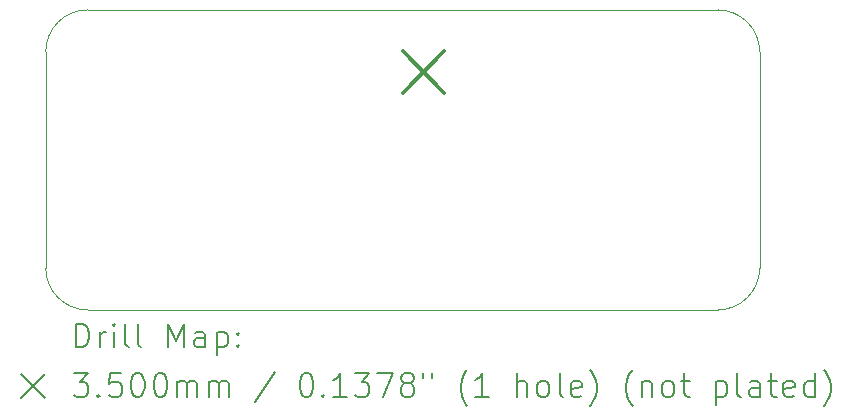
<source format=gbr>
%TF.GenerationSoftware,KiCad,Pcbnew,7.0.10*%
%TF.CreationDate,2024-02-07T21:16:30+06:30*%
%TF.ProjectId,7805,37383035-2e6b-4696-9361-645f70636258,rev?*%
%TF.SameCoordinates,PXa990340PY791ddc0*%
%TF.FileFunction,Drillmap*%
%TF.FilePolarity,Positive*%
%FSLAX45Y45*%
G04 Gerber Fmt 4.5, Leading zero omitted, Abs format (unit mm)*
G04 Created by KiCad (PCBNEW 7.0.10) date 2024-02-07 21:16:30*
%MOMM*%
%LPD*%
G01*
G04 APERTURE LIST*
%ADD10C,0.100000*%
%ADD11C,0.200000*%
%ADD12C,0.350000*%
G04 APERTURE END LIST*
D10*
X5689600Y0D02*
X355600Y0D01*
X0Y355600D02*
G75*
G03*
X355600Y0I355600J0D01*
G01*
X6045200Y2184400D02*
X6045200Y355600D01*
X355600Y2540000D02*
G75*
G03*
X0Y2184400I0J-355600D01*
G01*
X5689600Y0D02*
G75*
G03*
X6045200Y355600I0J355600D01*
G01*
X6045200Y2184400D02*
G75*
G03*
X5689600Y2540000I-355600J0D01*
G01*
X0Y355600D02*
X0Y2184400D01*
X355600Y2540000D02*
X5689600Y2540000D01*
D11*
D12*
X3025400Y2188000D02*
X3375400Y1838000D01*
X3375400Y2188000D02*
X3025400Y1838000D01*
D11*
X255777Y-316484D02*
X255777Y-116484D01*
X255777Y-116484D02*
X303396Y-116484D01*
X303396Y-116484D02*
X331967Y-126008D01*
X331967Y-126008D02*
X351015Y-145055D01*
X351015Y-145055D02*
X360539Y-164103D01*
X360539Y-164103D02*
X370062Y-202198D01*
X370062Y-202198D02*
X370062Y-230769D01*
X370062Y-230769D02*
X360539Y-268865D01*
X360539Y-268865D02*
X351015Y-287912D01*
X351015Y-287912D02*
X331967Y-306960D01*
X331967Y-306960D02*
X303396Y-316484D01*
X303396Y-316484D02*
X255777Y-316484D01*
X455777Y-316484D02*
X455777Y-183150D01*
X455777Y-221246D02*
X465301Y-202198D01*
X465301Y-202198D02*
X474824Y-192674D01*
X474824Y-192674D02*
X493872Y-183150D01*
X493872Y-183150D02*
X512920Y-183150D01*
X579586Y-316484D02*
X579586Y-183150D01*
X579586Y-116484D02*
X570063Y-126008D01*
X570063Y-126008D02*
X579586Y-135531D01*
X579586Y-135531D02*
X589110Y-126008D01*
X589110Y-126008D02*
X579586Y-116484D01*
X579586Y-116484D02*
X579586Y-135531D01*
X703396Y-316484D02*
X684348Y-306960D01*
X684348Y-306960D02*
X674824Y-287912D01*
X674824Y-287912D02*
X674824Y-116484D01*
X808158Y-316484D02*
X789110Y-306960D01*
X789110Y-306960D02*
X779586Y-287912D01*
X779586Y-287912D02*
X779586Y-116484D01*
X1036729Y-316484D02*
X1036729Y-116484D01*
X1036729Y-116484D02*
X1103396Y-259341D01*
X1103396Y-259341D02*
X1170063Y-116484D01*
X1170063Y-116484D02*
X1170063Y-316484D01*
X1351015Y-316484D02*
X1351015Y-211722D01*
X1351015Y-211722D02*
X1341491Y-192674D01*
X1341491Y-192674D02*
X1322444Y-183150D01*
X1322444Y-183150D02*
X1284348Y-183150D01*
X1284348Y-183150D02*
X1265301Y-192674D01*
X1351015Y-306960D02*
X1331967Y-316484D01*
X1331967Y-316484D02*
X1284348Y-316484D01*
X1284348Y-316484D02*
X1265301Y-306960D01*
X1265301Y-306960D02*
X1255777Y-287912D01*
X1255777Y-287912D02*
X1255777Y-268865D01*
X1255777Y-268865D02*
X1265301Y-249817D01*
X1265301Y-249817D02*
X1284348Y-240293D01*
X1284348Y-240293D02*
X1331967Y-240293D01*
X1331967Y-240293D02*
X1351015Y-230769D01*
X1446253Y-183150D02*
X1446253Y-383150D01*
X1446253Y-192674D02*
X1465301Y-183150D01*
X1465301Y-183150D02*
X1503396Y-183150D01*
X1503396Y-183150D02*
X1522443Y-192674D01*
X1522443Y-192674D02*
X1531967Y-202198D01*
X1531967Y-202198D02*
X1541491Y-221246D01*
X1541491Y-221246D02*
X1541491Y-278389D01*
X1541491Y-278389D02*
X1531967Y-297436D01*
X1531967Y-297436D02*
X1522443Y-306960D01*
X1522443Y-306960D02*
X1503396Y-316484D01*
X1503396Y-316484D02*
X1465301Y-316484D01*
X1465301Y-316484D02*
X1446253Y-306960D01*
X1627205Y-297436D02*
X1636729Y-306960D01*
X1636729Y-306960D02*
X1627205Y-316484D01*
X1627205Y-316484D02*
X1617682Y-306960D01*
X1617682Y-306960D02*
X1627205Y-297436D01*
X1627205Y-297436D02*
X1627205Y-316484D01*
X1627205Y-192674D02*
X1636729Y-202198D01*
X1636729Y-202198D02*
X1627205Y-211722D01*
X1627205Y-211722D02*
X1617682Y-202198D01*
X1617682Y-202198D02*
X1627205Y-192674D01*
X1627205Y-192674D02*
X1627205Y-211722D01*
X-205000Y-545000D02*
X-5000Y-745000D01*
X-5000Y-545000D02*
X-205000Y-745000D01*
X236729Y-536484D02*
X360539Y-536484D01*
X360539Y-536484D02*
X293872Y-612674D01*
X293872Y-612674D02*
X322444Y-612674D01*
X322444Y-612674D02*
X341491Y-622198D01*
X341491Y-622198D02*
X351015Y-631722D01*
X351015Y-631722D02*
X360539Y-650770D01*
X360539Y-650770D02*
X360539Y-698389D01*
X360539Y-698389D02*
X351015Y-717436D01*
X351015Y-717436D02*
X341491Y-726960D01*
X341491Y-726960D02*
X322444Y-736484D01*
X322444Y-736484D02*
X265301Y-736484D01*
X265301Y-736484D02*
X246253Y-726960D01*
X246253Y-726960D02*
X236729Y-717436D01*
X446253Y-717436D02*
X455777Y-726960D01*
X455777Y-726960D02*
X446253Y-736484D01*
X446253Y-736484D02*
X436729Y-726960D01*
X436729Y-726960D02*
X446253Y-717436D01*
X446253Y-717436D02*
X446253Y-736484D01*
X636729Y-536484D02*
X541491Y-536484D01*
X541491Y-536484D02*
X531967Y-631722D01*
X531967Y-631722D02*
X541491Y-622198D01*
X541491Y-622198D02*
X560539Y-612674D01*
X560539Y-612674D02*
X608158Y-612674D01*
X608158Y-612674D02*
X627205Y-622198D01*
X627205Y-622198D02*
X636729Y-631722D01*
X636729Y-631722D02*
X646253Y-650770D01*
X646253Y-650770D02*
X646253Y-698389D01*
X646253Y-698389D02*
X636729Y-717436D01*
X636729Y-717436D02*
X627205Y-726960D01*
X627205Y-726960D02*
X608158Y-736484D01*
X608158Y-736484D02*
X560539Y-736484D01*
X560539Y-736484D02*
X541491Y-726960D01*
X541491Y-726960D02*
X531967Y-717436D01*
X770062Y-536484D02*
X789110Y-536484D01*
X789110Y-536484D02*
X808158Y-546008D01*
X808158Y-546008D02*
X817682Y-555531D01*
X817682Y-555531D02*
X827205Y-574579D01*
X827205Y-574579D02*
X836729Y-612674D01*
X836729Y-612674D02*
X836729Y-660293D01*
X836729Y-660293D02*
X827205Y-698389D01*
X827205Y-698389D02*
X817682Y-717436D01*
X817682Y-717436D02*
X808158Y-726960D01*
X808158Y-726960D02*
X789110Y-736484D01*
X789110Y-736484D02*
X770062Y-736484D01*
X770062Y-736484D02*
X751015Y-726960D01*
X751015Y-726960D02*
X741491Y-717436D01*
X741491Y-717436D02*
X731967Y-698389D01*
X731967Y-698389D02*
X722443Y-660293D01*
X722443Y-660293D02*
X722443Y-612674D01*
X722443Y-612674D02*
X731967Y-574579D01*
X731967Y-574579D02*
X741491Y-555531D01*
X741491Y-555531D02*
X751015Y-546008D01*
X751015Y-546008D02*
X770062Y-536484D01*
X960539Y-536484D02*
X979586Y-536484D01*
X979586Y-536484D02*
X998634Y-546008D01*
X998634Y-546008D02*
X1008158Y-555531D01*
X1008158Y-555531D02*
X1017682Y-574579D01*
X1017682Y-574579D02*
X1027205Y-612674D01*
X1027205Y-612674D02*
X1027205Y-660293D01*
X1027205Y-660293D02*
X1017682Y-698389D01*
X1017682Y-698389D02*
X1008158Y-717436D01*
X1008158Y-717436D02*
X998634Y-726960D01*
X998634Y-726960D02*
X979586Y-736484D01*
X979586Y-736484D02*
X960539Y-736484D01*
X960539Y-736484D02*
X941491Y-726960D01*
X941491Y-726960D02*
X931967Y-717436D01*
X931967Y-717436D02*
X922443Y-698389D01*
X922443Y-698389D02*
X912920Y-660293D01*
X912920Y-660293D02*
X912920Y-612674D01*
X912920Y-612674D02*
X922443Y-574579D01*
X922443Y-574579D02*
X931967Y-555531D01*
X931967Y-555531D02*
X941491Y-546008D01*
X941491Y-546008D02*
X960539Y-536484D01*
X1112920Y-736484D02*
X1112920Y-603150D01*
X1112920Y-622198D02*
X1122444Y-612674D01*
X1122444Y-612674D02*
X1141491Y-603150D01*
X1141491Y-603150D02*
X1170063Y-603150D01*
X1170063Y-603150D02*
X1189110Y-612674D01*
X1189110Y-612674D02*
X1198634Y-631722D01*
X1198634Y-631722D02*
X1198634Y-736484D01*
X1198634Y-631722D02*
X1208158Y-612674D01*
X1208158Y-612674D02*
X1227205Y-603150D01*
X1227205Y-603150D02*
X1255777Y-603150D01*
X1255777Y-603150D02*
X1274825Y-612674D01*
X1274825Y-612674D02*
X1284348Y-631722D01*
X1284348Y-631722D02*
X1284348Y-736484D01*
X1379586Y-736484D02*
X1379586Y-603150D01*
X1379586Y-622198D02*
X1389110Y-612674D01*
X1389110Y-612674D02*
X1408158Y-603150D01*
X1408158Y-603150D02*
X1436729Y-603150D01*
X1436729Y-603150D02*
X1455777Y-612674D01*
X1455777Y-612674D02*
X1465301Y-631722D01*
X1465301Y-631722D02*
X1465301Y-736484D01*
X1465301Y-631722D02*
X1474824Y-612674D01*
X1474824Y-612674D02*
X1493872Y-603150D01*
X1493872Y-603150D02*
X1522443Y-603150D01*
X1522443Y-603150D02*
X1541491Y-612674D01*
X1541491Y-612674D02*
X1551015Y-631722D01*
X1551015Y-631722D02*
X1551015Y-736484D01*
X1941491Y-526960D02*
X1770063Y-784103D01*
X2198634Y-536484D02*
X2217682Y-536484D01*
X2217682Y-536484D02*
X2236729Y-546008D01*
X2236729Y-546008D02*
X2246253Y-555531D01*
X2246253Y-555531D02*
X2255777Y-574579D01*
X2255777Y-574579D02*
X2265301Y-612674D01*
X2265301Y-612674D02*
X2265301Y-660293D01*
X2265301Y-660293D02*
X2255777Y-698389D01*
X2255777Y-698389D02*
X2246253Y-717436D01*
X2246253Y-717436D02*
X2236729Y-726960D01*
X2236729Y-726960D02*
X2217682Y-736484D01*
X2217682Y-736484D02*
X2198634Y-736484D01*
X2198634Y-736484D02*
X2179587Y-726960D01*
X2179587Y-726960D02*
X2170063Y-717436D01*
X2170063Y-717436D02*
X2160539Y-698389D01*
X2160539Y-698389D02*
X2151015Y-660293D01*
X2151015Y-660293D02*
X2151015Y-612674D01*
X2151015Y-612674D02*
X2160539Y-574579D01*
X2160539Y-574579D02*
X2170063Y-555531D01*
X2170063Y-555531D02*
X2179587Y-546008D01*
X2179587Y-546008D02*
X2198634Y-536484D01*
X2351015Y-717436D02*
X2360539Y-726960D01*
X2360539Y-726960D02*
X2351015Y-736484D01*
X2351015Y-736484D02*
X2341491Y-726960D01*
X2341491Y-726960D02*
X2351015Y-717436D01*
X2351015Y-717436D02*
X2351015Y-736484D01*
X2551015Y-736484D02*
X2436729Y-736484D01*
X2493872Y-736484D02*
X2493872Y-536484D01*
X2493872Y-536484D02*
X2474825Y-565055D01*
X2474825Y-565055D02*
X2455777Y-584103D01*
X2455777Y-584103D02*
X2436729Y-593627D01*
X2617682Y-536484D02*
X2741491Y-536484D01*
X2741491Y-536484D02*
X2674825Y-612674D01*
X2674825Y-612674D02*
X2703396Y-612674D01*
X2703396Y-612674D02*
X2722444Y-622198D01*
X2722444Y-622198D02*
X2731968Y-631722D01*
X2731968Y-631722D02*
X2741491Y-650770D01*
X2741491Y-650770D02*
X2741491Y-698389D01*
X2741491Y-698389D02*
X2731968Y-717436D01*
X2731968Y-717436D02*
X2722444Y-726960D01*
X2722444Y-726960D02*
X2703396Y-736484D01*
X2703396Y-736484D02*
X2646253Y-736484D01*
X2646253Y-736484D02*
X2627206Y-726960D01*
X2627206Y-726960D02*
X2617682Y-717436D01*
X2808158Y-536484D02*
X2941491Y-536484D01*
X2941491Y-536484D02*
X2855777Y-736484D01*
X3046253Y-622198D02*
X3027206Y-612674D01*
X3027206Y-612674D02*
X3017682Y-603150D01*
X3017682Y-603150D02*
X3008158Y-584103D01*
X3008158Y-584103D02*
X3008158Y-574579D01*
X3008158Y-574579D02*
X3017682Y-555531D01*
X3017682Y-555531D02*
X3027206Y-546008D01*
X3027206Y-546008D02*
X3046253Y-536484D01*
X3046253Y-536484D02*
X3084348Y-536484D01*
X3084348Y-536484D02*
X3103396Y-546008D01*
X3103396Y-546008D02*
X3112920Y-555531D01*
X3112920Y-555531D02*
X3122444Y-574579D01*
X3122444Y-574579D02*
X3122444Y-584103D01*
X3122444Y-584103D02*
X3112920Y-603150D01*
X3112920Y-603150D02*
X3103396Y-612674D01*
X3103396Y-612674D02*
X3084348Y-622198D01*
X3084348Y-622198D02*
X3046253Y-622198D01*
X3046253Y-622198D02*
X3027206Y-631722D01*
X3027206Y-631722D02*
X3017682Y-641246D01*
X3017682Y-641246D02*
X3008158Y-660293D01*
X3008158Y-660293D02*
X3008158Y-698389D01*
X3008158Y-698389D02*
X3017682Y-717436D01*
X3017682Y-717436D02*
X3027206Y-726960D01*
X3027206Y-726960D02*
X3046253Y-736484D01*
X3046253Y-736484D02*
X3084348Y-736484D01*
X3084348Y-736484D02*
X3103396Y-726960D01*
X3103396Y-726960D02*
X3112920Y-717436D01*
X3112920Y-717436D02*
X3122444Y-698389D01*
X3122444Y-698389D02*
X3122444Y-660293D01*
X3122444Y-660293D02*
X3112920Y-641246D01*
X3112920Y-641246D02*
X3103396Y-631722D01*
X3103396Y-631722D02*
X3084348Y-622198D01*
X3198634Y-536484D02*
X3198634Y-574579D01*
X3274825Y-536484D02*
X3274825Y-574579D01*
X3570063Y-812674D02*
X3560539Y-803150D01*
X3560539Y-803150D02*
X3541491Y-774579D01*
X3541491Y-774579D02*
X3531968Y-755531D01*
X3531968Y-755531D02*
X3522444Y-726960D01*
X3522444Y-726960D02*
X3512920Y-679341D01*
X3512920Y-679341D02*
X3512920Y-641246D01*
X3512920Y-641246D02*
X3522444Y-593627D01*
X3522444Y-593627D02*
X3531968Y-565055D01*
X3531968Y-565055D02*
X3541491Y-546008D01*
X3541491Y-546008D02*
X3560539Y-517436D01*
X3560539Y-517436D02*
X3570063Y-507912D01*
X3751015Y-736484D02*
X3636729Y-736484D01*
X3693872Y-736484D02*
X3693872Y-536484D01*
X3693872Y-536484D02*
X3674825Y-565055D01*
X3674825Y-565055D02*
X3655777Y-584103D01*
X3655777Y-584103D02*
X3636729Y-593627D01*
X3989110Y-736484D02*
X3989110Y-536484D01*
X4074825Y-736484D02*
X4074825Y-631722D01*
X4074825Y-631722D02*
X4065301Y-612674D01*
X4065301Y-612674D02*
X4046253Y-603150D01*
X4046253Y-603150D02*
X4017682Y-603150D01*
X4017682Y-603150D02*
X3998634Y-612674D01*
X3998634Y-612674D02*
X3989110Y-622198D01*
X4198634Y-736484D02*
X4179587Y-726960D01*
X4179587Y-726960D02*
X4170063Y-717436D01*
X4170063Y-717436D02*
X4160539Y-698389D01*
X4160539Y-698389D02*
X4160539Y-641246D01*
X4160539Y-641246D02*
X4170063Y-622198D01*
X4170063Y-622198D02*
X4179587Y-612674D01*
X4179587Y-612674D02*
X4198634Y-603150D01*
X4198634Y-603150D02*
X4227206Y-603150D01*
X4227206Y-603150D02*
X4246253Y-612674D01*
X4246253Y-612674D02*
X4255777Y-622198D01*
X4255777Y-622198D02*
X4265301Y-641246D01*
X4265301Y-641246D02*
X4265301Y-698389D01*
X4265301Y-698389D02*
X4255777Y-717436D01*
X4255777Y-717436D02*
X4246253Y-726960D01*
X4246253Y-726960D02*
X4227206Y-736484D01*
X4227206Y-736484D02*
X4198634Y-736484D01*
X4379587Y-736484D02*
X4360539Y-726960D01*
X4360539Y-726960D02*
X4351015Y-707912D01*
X4351015Y-707912D02*
X4351015Y-536484D01*
X4531968Y-726960D02*
X4512920Y-736484D01*
X4512920Y-736484D02*
X4474825Y-736484D01*
X4474825Y-736484D02*
X4455777Y-726960D01*
X4455777Y-726960D02*
X4446253Y-707912D01*
X4446253Y-707912D02*
X4446253Y-631722D01*
X4446253Y-631722D02*
X4455777Y-612674D01*
X4455777Y-612674D02*
X4474825Y-603150D01*
X4474825Y-603150D02*
X4512920Y-603150D01*
X4512920Y-603150D02*
X4531968Y-612674D01*
X4531968Y-612674D02*
X4541492Y-631722D01*
X4541492Y-631722D02*
X4541492Y-650770D01*
X4541492Y-650770D02*
X4446253Y-669817D01*
X4608158Y-812674D02*
X4617682Y-803150D01*
X4617682Y-803150D02*
X4636730Y-774579D01*
X4636730Y-774579D02*
X4646253Y-755531D01*
X4646253Y-755531D02*
X4655777Y-726960D01*
X4655777Y-726960D02*
X4665301Y-679341D01*
X4665301Y-679341D02*
X4665301Y-641246D01*
X4665301Y-641246D02*
X4655777Y-593627D01*
X4655777Y-593627D02*
X4646253Y-565055D01*
X4646253Y-565055D02*
X4636730Y-546008D01*
X4636730Y-546008D02*
X4617682Y-517436D01*
X4617682Y-517436D02*
X4608158Y-507912D01*
X4970063Y-812674D02*
X4960539Y-803150D01*
X4960539Y-803150D02*
X4941492Y-774579D01*
X4941492Y-774579D02*
X4931968Y-755531D01*
X4931968Y-755531D02*
X4922444Y-726960D01*
X4922444Y-726960D02*
X4912920Y-679341D01*
X4912920Y-679341D02*
X4912920Y-641246D01*
X4912920Y-641246D02*
X4922444Y-593627D01*
X4922444Y-593627D02*
X4931968Y-565055D01*
X4931968Y-565055D02*
X4941492Y-546008D01*
X4941492Y-546008D02*
X4960539Y-517436D01*
X4960539Y-517436D02*
X4970063Y-507912D01*
X5046253Y-603150D02*
X5046253Y-736484D01*
X5046253Y-622198D02*
X5055777Y-612674D01*
X5055777Y-612674D02*
X5074825Y-603150D01*
X5074825Y-603150D02*
X5103396Y-603150D01*
X5103396Y-603150D02*
X5122444Y-612674D01*
X5122444Y-612674D02*
X5131968Y-631722D01*
X5131968Y-631722D02*
X5131968Y-736484D01*
X5255777Y-736484D02*
X5236730Y-726960D01*
X5236730Y-726960D02*
X5227206Y-717436D01*
X5227206Y-717436D02*
X5217682Y-698389D01*
X5217682Y-698389D02*
X5217682Y-641246D01*
X5217682Y-641246D02*
X5227206Y-622198D01*
X5227206Y-622198D02*
X5236730Y-612674D01*
X5236730Y-612674D02*
X5255777Y-603150D01*
X5255777Y-603150D02*
X5284349Y-603150D01*
X5284349Y-603150D02*
X5303396Y-612674D01*
X5303396Y-612674D02*
X5312920Y-622198D01*
X5312920Y-622198D02*
X5322444Y-641246D01*
X5322444Y-641246D02*
X5322444Y-698389D01*
X5322444Y-698389D02*
X5312920Y-717436D01*
X5312920Y-717436D02*
X5303396Y-726960D01*
X5303396Y-726960D02*
X5284349Y-736484D01*
X5284349Y-736484D02*
X5255777Y-736484D01*
X5379587Y-603150D02*
X5455777Y-603150D01*
X5408158Y-536484D02*
X5408158Y-707912D01*
X5408158Y-707912D02*
X5417682Y-726960D01*
X5417682Y-726960D02*
X5436730Y-736484D01*
X5436730Y-736484D02*
X5455777Y-736484D01*
X5674825Y-603150D02*
X5674825Y-803150D01*
X5674825Y-612674D02*
X5693872Y-603150D01*
X5693872Y-603150D02*
X5731968Y-603150D01*
X5731968Y-603150D02*
X5751015Y-612674D01*
X5751015Y-612674D02*
X5760539Y-622198D01*
X5760539Y-622198D02*
X5770063Y-641246D01*
X5770063Y-641246D02*
X5770063Y-698389D01*
X5770063Y-698389D02*
X5760539Y-717436D01*
X5760539Y-717436D02*
X5751015Y-726960D01*
X5751015Y-726960D02*
X5731968Y-736484D01*
X5731968Y-736484D02*
X5693872Y-736484D01*
X5693872Y-736484D02*
X5674825Y-726960D01*
X5884349Y-736484D02*
X5865301Y-726960D01*
X5865301Y-726960D02*
X5855777Y-707912D01*
X5855777Y-707912D02*
X5855777Y-536484D01*
X6046253Y-736484D02*
X6046253Y-631722D01*
X6046253Y-631722D02*
X6036730Y-612674D01*
X6036730Y-612674D02*
X6017682Y-603150D01*
X6017682Y-603150D02*
X5979587Y-603150D01*
X5979587Y-603150D02*
X5960539Y-612674D01*
X6046253Y-726960D02*
X6027206Y-736484D01*
X6027206Y-736484D02*
X5979587Y-736484D01*
X5979587Y-736484D02*
X5960539Y-726960D01*
X5960539Y-726960D02*
X5951015Y-707912D01*
X5951015Y-707912D02*
X5951015Y-688865D01*
X5951015Y-688865D02*
X5960539Y-669817D01*
X5960539Y-669817D02*
X5979587Y-660293D01*
X5979587Y-660293D02*
X6027206Y-660293D01*
X6027206Y-660293D02*
X6046253Y-650770D01*
X6112920Y-603150D02*
X6189111Y-603150D01*
X6141492Y-536484D02*
X6141492Y-707912D01*
X6141492Y-707912D02*
X6151015Y-726960D01*
X6151015Y-726960D02*
X6170063Y-736484D01*
X6170063Y-736484D02*
X6189111Y-736484D01*
X6331968Y-726960D02*
X6312920Y-736484D01*
X6312920Y-736484D02*
X6274825Y-736484D01*
X6274825Y-736484D02*
X6255777Y-726960D01*
X6255777Y-726960D02*
X6246253Y-707912D01*
X6246253Y-707912D02*
X6246253Y-631722D01*
X6246253Y-631722D02*
X6255777Y-612674D01*
X6255777Y-612674D02*
X6274825Y-603150D01*
X6274825Y-603150D02*
X6312920Y-603150D01*
X6312920Y-603150D02*
X6331968Y-612674D01*
X6331968Y-612674D02*
X6341492Y-631722D01*
X6341492Y-631722D02*
X6341492Y-650770D01*
X6341492Y-650770D02*
X6246253Y-669817D01*
X6512920Y-736484D02*
X6512920Y-536484D01*
X6512920Y-726960D02*
X6493873Y-736484D01*
X6493873Y-736484D02*
X6455777Y-736484D01*
X6455777Y-736484D02*
X6436730Y-726960D01*
X6436730Y-726960D02*
X6427206Y-717436D01*
X6427206Y-717436D02*
X6417682Y-698389D01*
X6417682Y-698389D02*
X6417682Y-641246D01*
X6417682Y-641246D02*
X6427206Y-622198D01*
X6427206Y-622198D02*
X6436730Y-612674D01*
X6436730Y-612674D02*
X6455777Y-603150D01*
X6455777Y-603150D02*
X6493873Y-603150D01*
X6493873Y-603150D02*
X6512920Y-612674D01*
X6589111Y-812674D02*
X6598634Y-803150D01*
X6598634Y-803150D02*
X6617682Y-774579D01*
X6617682Y-774579D02*
X6627206Y-755531D01*
X6627206Y-755531D02*
X6636730Y-726960D01*
X6636730Y-726960D02*
X6646253Y-679341D01*
X6646253Y-679341D02*
X6646253Y-641246D01*
X6646253Y-641246D02*
X6636730Y-593627D01*
X6636730Y-593627D02*
X6627206Y-565055D01*
X6627206Y-565055D02*
X6617682Y-546008D01*
X6617682Y-546008D02*
X6598634Y-517436D01*
X6598634Y-517436D02*
X6589111Y-507912D01*
M02*

</source>
